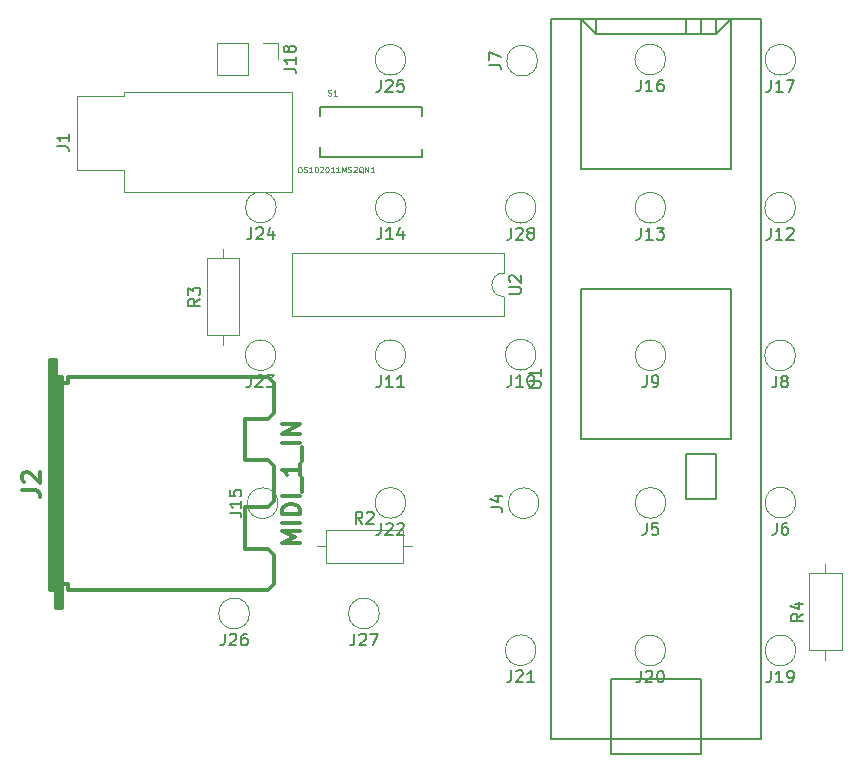
<source format=gbr>
G04 #@! TF.GenerationSoftware,KiCad,Pcbnew,(5.0.2)-1*
G04 #@! TF.CreationDate,2019-03-30T17:50:24-04:00*
G04 #@! TF.ProjectId,po_midi_adapter,706f5f6d-6964-4695-9f61-646170746572,rev?*
G04 #@! TF.SameCoordinates,PXa2393f8PY7537788*
G04 #@! TF.FileFunction,Legend,Top*
G04 #@! TF.FilePolarity,Positive*
%FSLAX46Y46*%
G04 Gerber Fmt 4.6, Leading zero omitted, Abs format (unit mm)*
G04 Created by KiCad (PCBNEW (5.0.2)-1) date 2019-03-30 5:50:24 PM*
%MOMM*%
%LPD*%
G01*
G04 APERTURE LIST*
%ADD10C,0.150000*%
%ADD11C,0.120000*%
%ADD12C,0.304800*%
%ADD13C,0.127000*%
%ADD14C,0.050000*%
G04 APERTURE END LIST*
D10*
G04 #@! TO.C,U1*
X-12877800Y25628600D02*
X-12877800Y21818600D01*
X-12877800Y21818600D02*
X-15417800Y21818600D01*
X-15417800Y21818600D02*
X-15417800Y25628600D01*
X-15417800Y25628600D02*
X-12877800Y25628600D01*
X-11607800Y39598600D02*
X-24307800Y39598600D01*
X-24307800Y26898600D02*
X-11607800Y26898600D01*
X-11607800Y26898600D02*
X-11607800Y39598600D01*
X-24307800Y26898600D02*
X-24307800Y39598600D01*
X-12877800Y61188600D02*
X-12877800Y62458600D01*
X-14147800Y61188600D02*
X-14147800Y62458600D01*
X-15417800Y61188600D02*
X-15417800Y62458600D01*
X-23037800Y61188600D02*
X-23037800Y62458600D01*
X-11607800Y62458600D02*
X-12877800Y61188600D01*
X-12877800Y61188600D02*
X-23037800Y61188600D01*
X-23037800Y61188600D02*
X-24307800Y62458600D01*
X-24307800Y62458600D02*
X-24307800Y49758600D01*
X-24307800Y49758600D02*
X-11607800Y49758600D01*
X-11607800Y49758600D02*
X-11607800Y62458600D01*
X-26847800Y62458600D02*
X-26847800Y1498600D01*
X-9067800Y1498600D02*
X-9067800Y62458600D01*
X-14147800Y1498600D02*
X-14147800Y228600D01*
X-14147800Y228600D02*
X-21767800Y228600D01*
X-21767800Y228600D02*
X-21767800Y1498600D01*
X-14147800Y6578600D02*
X-21767800Y6578600D01*
X-21767800Y6578600D02*
X-21767800Y1498600D01*
X-14147800Y6578600D02*
X-14147800Y1498600D01*
X-26847800Y62458600D02*
X-9067800Y62458600D01*
X-9067800Y1498600D02*
X-26847800Y1498600D01*
D11*
G04 #@! TO.C,J28*
X-28087800Y46456600D02*
G75*
G03X-28087800Y46456600I-1300000J0D01*
G01*
G04 #@! TO.C,J27*
X-41359300Y12103100D02*
G75*
G03X-41359300Y12103100I-1300000J0D01*
G01*
G04 #@! TO.C,J26*
X-52344800Y12103100D02*
G75*
G03X-52344800Y12103100I-1300000J0D01*
G01*
G04 #@! TO.C,J25*
X-39111400Y58978800D02*
G75*
G03X-39111400Y58978800I-1300000J0D01*
G01*
G04 #@! TO.C,J24*
X-50084200Y46482000D02*
G75*
G03X-50084200Y46482000I-1300000J0D01*
G01*
G04 #@! TO.C,J23*
X-50109600Y33959800D02*
G75*
G03X-50109600Y33959800I-1300000J0D01*
G01*
G04 #@! TO.C,J22*
X-39111400Y21463000D02*
G75*
G03X-39111400Y21463000I-1300000J0D01*
G01*
G04 #@! TO.C,J21*
X-28087800Y8991600D02*
G75*
G03X-28087800Y8991600I-1300000J0D01*
G01*
G04 #@! TO.C,J20*
X-17115000Y8966200D02*
G75*
G03X-17115000Y8966200I-1300000J0D01*
G01*
G04 #@! TO.C,J19*
X-6091400Y8966200D02*
G75*
G03X-6091400Y8966200I-1300000J0D01*
G01*
G04 #@! TO.C,J17*
X-6091400Y58978800D02*
G75*
G03X-6091400Y58978800I-1300000J0D01*
G01*
G04 #@! TO.C,J16*
X-17115000Y59004200D02*
G75*
G03X-17115000Y59004200I-1300000J0D01*
G01*
G04 #@! TO.C,J14*
X-39086000Y46482000D02*
G75*
G03X-39086000Y46482000I-1300000J0D01*
G01*
G04 #@! TO.C,J13*
X-17102300Y46456600D02*
G75*
G03X-17102300Y46456600I-1300000J0D01*
G01*
G04 #@! TO.C,J12*
X-6116800Y46456600D02*
G75*
G03X-6116800Y46456600I-1300000J0D01*
G01*
G04 #@! TO.C,J11*
X-39111400Y33959800D02*
G75*
G03X-39111400Y33959800I-1300000J0D01*
G01*
G04 #@! TO.C,J10*
X-28087800Y34010600D02*
G75*
G03X-28087800Y34010600I-1300000J0D01*
G01*
G04 #@! TO.C,J9*
X-17089600Y33959800D02*
G75*
G03X-17089600Y33959800I-1300000J0D01*
G01*
G04 #@! TO.C,J8*
X-6116800Y33947100D02*
G75*
G03X-6116800Y33947100I-1300000J0D01*
G01*
G04 #@! TO.C,J6*
X-6091400Y21488400D02*
G75*
G03X-6091400Y21488400I-1300000J0D01*
G01*
G04 #@! TO.C,J5*
X-17089600Y21463000D02*
G75*
G03X-17089600Y21463000I-1300000J0D01*
G01*
G04 #@! TO.C,J18*
X-49901800Y60359600D02*
X-49901800Y59029600D01*
X-51231800Y60359600D02*
X-49901800Y60359600D01*
X-52501800Y60359600D02*
X-52501800Y57699600D01*
X-52501800Y57699600D02*
X-55101800Y57699600D01*
X-52501800Y60359600D02*
X-55101800Y60359600D01*
X-55101800Y60359600D02*
X-55101800Y57699600D01*
D12*
G04 #@! TO.C,J2*
X-68239640Y12588240D02*
X-68740020Y12588240D01*
X-69240400Y33588960D02*
X-68740020Y33588960D01*
X-67741800Y31587440D02*
X-68239640Y31587440D01*
X-68239640Y14589760D02*
X-67741800Y14589760D01*
X-67741800Y32087820D02*
X-67741800Y31587440D01*
X-67741800Y14089380D02*
X-67741800Y14589760D01*
X-68239640Y32087820D02*
X-68239640Y12588240D01*
X-68740020Y32087820D02*
X-68239640Y32087820D01*
X-68740020Y33588960D02*
X-68740020Y32087820D01*
X-69240400Y14089380D02*
X-69240400Y33588960D01*
X-68740020Y14089380D02*
X-69240400Y14089380D01*
X-68740020Y12588240D02*
X-68740020Y14089380D01*
X-50741580Y21089620D02*
X-52740560Y21089620D01*
X-50241200Y21587460D02*
X-50741580Y21089620D01*
X-50241200Y24589740D02*
X-50241200Y21587460D01*
X-50741580Y25087580D02*
X-52740560Y25087580D01*
X-50241200Y24589740D02*
X-50741580Y25087580D01*
X-52740560Y17589500D02*
X-52740560Y21089620D01*
X-50741580Y17589500D02*
X-52740560Y17589500D01*
X-50241200Y17089120D02*
X-50741580Y17589500D01*
X-50241200Y16588740D02*
X-50241200Y17089120D01*
X-50241200Y14589760D02*
X-50241200Y16588740D01*
X-50741580Y14089380D02*
X-50241200Y14589760D01*
X-50741580Y14089380D02*
X-67741800Y14089380D01*
X-52740560Y28587700D02*
X-52740560Y25087580D01*
X-50741580Y28587700D02*
X-52740560Y28587700D01*
X-50241200Y29088080D02*
X-50741580Y28587700D01*
X-50241200Y31587440D02*
X-50241200Y29088080D01*
X-50741580Y32087820D02*
X-50241200Y31587440D01*
X-50741580Y32087820D02*
X-67741800Y32087820D01*
X-68991480Y33588960D02*
X-68991480Y14089380D01*
X-68740020Y14089380D02*
X-68740020Y32087820D01*
X-68491100Y32087820D02*
X-68491100Y12588240D01*
D11*
G04 #@! TO.C,J4*
X-27833800Y21437600D02*
G75*
G03X-27833800Y21437600I-1300000J0D01*
G01*
G04 #@! TO.C,J7*
X-27960800Y58902600D02*
G75*
G03X-27960800Y58902600I-1300000J0D01*
G01*
G04 #@! TO.C,J15*
X-49931800Y21437600D02*
G75*
G03X-49931800Y21437600I-1300000J0D01*
G01*
G04 #@! TO.C,R2*
X-38581200Y17780000D02*
X-39351200Y17780000D01*
X-46661200Y17780000D02*
X-45891200Y17780000D01*
X-39351200Y19150000D02*
X-45891200Y19150000D01*
X-39351200Y16410000D02*
X-39351200Y19150000D01*
X-45891200Y16410000D02*
X-39351200Y16410000D01*
X-45891200Y19150000D02*
X-45891200Y16410000D01*
G04 #@! TO.C,R3*
X-55980000Y35642800D02*
X-53240000Y35642800D01*
X-53240000Y35642800D02*
X-53240000Y42182800D01*
X-53240000Y42182800D02*
X-55980000Y42182800D01*
X-55980000Y42182800D02*
X-55980000Y35642800D01*
X-54610000Y34872800D02*
X-54610000Y35642800D01*
X-54610000Y42952800D02*
X-54610000Y42182800D01*
G04 #@! TO.C,R4*
X-4951400Y8972800D02*
X-2211400Y8972800D01*
X-2211400Y8972800D02*
X-2211400Y15512800D01*
X-2211400Y15512800D02*
X-4951400Y15512800D01*
X-4951400Y15512800D02*
X-4951400Y8972800D01*
X-3581400Y8202800D02*
X-3581400Y8972800D01*
X-3581400Y16282800D02*
X-3581400Y15512800D01*
D13*
G04 #@! TO.C,S1*
X-46337000Y55007400D02*
X-46337000Y54257400D01*
X-37737000Y55007400D02*
X-46337000Y55007400D01*
X-37737000Y54257400D02*
X-37737000Y55007400D01*
X-37737000Y50707400D02*
X-37737000Y51457400D01*
X-46337000Y50707400D02*
X-37737000Y50707400D01*
X-46337000Y51557400D02*
X-46337000Y50707400D01*
D11*
G04 #@! TO.C,U2*
X-30826400Y38928800D02*
G75*
G02X-30826400Y40928800I0J1000000D01*
G01*
X-30826400Y40928800D02*
X-30826400Y42578800D01*
X-30826400Y42578800D02*
X-48726400Y42578800D01*
X-48726400Y42578800D02*
X-48726400Y37278800D01*
X-48726400Y37278800D02*
X-30826400Y37278800D01*
X-30826400Y37278800D02*
X-30826400Y38928800D01*
G04 #@! TO.C,J1*
X-66965800Y49672200D02*
X-66965800Y55912200D01*
X-66965800Y55912200D02*
X-62965800Y55912200D01*
X-62965800Y55912200D02*
X-62965800Y56212200D01*
X-62965800Y56212200D02*
X-48725800Y56212200D01*
X-48725800Y56212200D02*
X-48725800Y47772200D01*
X-48725800Y47772200D02*
X-62965800Y47772200D01*
X-62965800Y47772200D02*
X-62965800Y49672200D01*
X-62965800Y49672200D02*
X-66965800Y49672200D01*
G04 #@! TO.C,U1*
D10*
X-28665420Y31216696D02*
X-27855896Y31216696D01*
X-27760658Y31264315D01*
X-27713039Y31311934D01*
X-27665420Y31407172D01*
X-27665420Y31597648D01*
X-27713039Y31692886D01*
X-27760658Y31740505D01*
X-27855896Y31788124D01*
X-28665420Y31788124D01*
X-27665420Y32788124D02*
X-27665420Y32216696D01*
X-27665420Y32502410D02*
X-28665420Y32502410D01*
X-28522562Y32407172D01*
X-28427324Y32311934D01*
X-28379705Y32216696D01*
G04 #@! TO.C,J28*
X-30197324Y44754220D02*
X-30197324Y44039934D01*
X-30244943Y43897077D01*
X-30340181Y43801839D01*
X-30483039Y43754220D01*
X-30578277Y43754220D01*
X-29768753Y44658981D02*
X-29721134Y44706600D01*
X-29625896Y44754220D01*
X-29387800Y44754220D01*
X-29292562Y44706600D01*
X-29244943Y44658981D01*
X-29197324Y44563743D01*
X-29197324Y44468505D01*
X-29244943Y44325648D01*
X-29816372Y43754220D01*
X-29197324Y43754220D01*
X-28625896Y44325648D02*
X-28721134Y44373267D01*
X-28768753Y44420886D01*
X-28816372Y44516124D01*
X-28816372Y44563743D01*
X-28768753Y44658981D01*
X-28721134Y44706600D01*
X-28625896Y44754220D01*
X-28435420Y44754220D01*
X-28340181Y44706600D01*
X-28292562Y44658981D01*
X-28244943Y44563743D01*
X-28244943Y44516124D01*
X-28292562Y44420886D01*
X-28340181Y44373267D01*
X-28435420Y44325648D01*
X-28625896Y44325648D01*
X-28721134Y44278029D01*
X-28768753Y44230410D01*
X-28816372Y44135172D01*
X-28816372Y43944696D01*
X-28768753Y43849458D01*
X-28721134Y43801839D01*
X-28625896Y43754220D01*
X-28435420Y43754220D01*
X-28340181Y43801839D01*
X-28292562Y43849458D01*
X-28244943Y43944696D01*
X-28244943Y44135172D01*
X-28292562Y44230410D01*
X-28340181Y44278029D01*
X-28435420Y44325648D01*
G04 #@! TO.C,J27*
X-43468824Y10400720D02*
X-43468824Y9686434D01*
X-43516443Y9543577D01*
X-43611681Y9448339D01*
X-43754539Y9400720D01*
X-43849777Y9400720D01*
X-43040253Y10305481D02*
X-42992634Y10353100D01*
X-42897396Y10400720D01*
X-42659300Y10400720D01*
X-42564062Y10353100D01*
X-42516443Y10305481D01*
X-42468824Y10210243D01*
X-42468824Y10115005D01*
X-42516443Y9972148D01*
X-43087872Y9400720D01*
X-42468824Y9400720D01*
X-42135491Y10400720D02*
X-41468824Y10400720D01*
X-41897396Y9400720D01*
G04 #@! TO.C,J26*
X-54454324Y10400720D02*
X-54454324Y9686434D01*
X-54501943Y9543577D01*
X-54597181Y9448339D01*
X-54740039Y9400720D01*
X-54835277Y9400720D01*
X-54025753Y10305481D02*
X-53978134Y10353100D01*
X-53882896Y10400720D01*
X-53644800Y10400720D01*
X-53549562Y10353100D01*
X-53501943Y10305481D01*
X-53454324Y10210243D01*
X-53454324Y10115005D01*
X-53501943Y9972148D01*
X-54073372Y9400720D01*
X-53454324Y9400720D01*
X-52597181Y10400720D02*
X-52787658Y10400720D01*
X-52882896Y10353100D01*
X-52930515Y10305481D01*
X-53025753Y10162624D01*
X-53073372Y9972148D01*
X-53073372Y9591196D01*
X-53025753Y9495958D01*
X-52978134Y9448339D01*
X-52882896Y9400720D01*
X-52692420Y9400720D01*
X-52597181Y9448339D01*
X-52549562Y9495958D01*
X-52501943Y9591196D01*
X-52501943Y9829291D01*
X-52549562Y9924529D01*
X-52597181Y9972148D01*
X-52692420Y10019767D01*
X-52882896Y10019767D01*
X-52978134Y9972148D01*
X-53025753Y9924529D01*
X-53073372Y9829291D01*
G04 #@! TO.C,J25*
X-41220924Y57276420D02*
X-41220924Y56562134D01*
X-41268543Y56419277D01*
X-41363781Y56324039D01*
X-41506639Y56276420D01*
X-41601877Y56276420D01*
X-40792353Y57181181D02*
X-40744734Y57228800D01*
X-40649496Y57276420D01*
X-40411400Y57276420D01*
X-40316162Y57228800D01*
X-40268543Y57181181D01*
X-40220924Y57085943D01*
X-40220924Y56990705D01*
X-40268543Y56847848D01*
X-40839972Y56276420D01*
X-40220924Y56276420D01*
X-39316162Y57276420D02*
X-39792353Y57276420D01*
X-39839972Y56800229D01*
X-39792353Y56847848D01*
X-39697115Y56895467D01*
X-39459020Y56895467D01*
X-39363781Y56847848D01*
X-39316162Y56800229D01*
X-39268543Y56704991D01*
X-39268543Y56466896D01*
X-39316162Y56371658D01*
X-39363781Y56324039D01*
X-39459020Y56276420D01*
X-39697115Y56276420D01*
X-39792353Y56324039D01*
X-39839972Y56371658D01*
G04 #@! TO.C,J24*
X-52193724Y44779620D02*
X-52193724Y44065334D01*
X-52241343Y43922477D01*
X-52336581Y43827239D01*
X-52479439Y43779620D01*
X-52574677Y43779620D01*
X-51765153Y44684381D02*
X-51717534Y44732000D01*
X-51622296Y44779620D01*
X-51384200Y44779620D01*
X-51288962Y44732000D01*
X-51241343Y44684381D01*
X-51193724Y44589143D01*
X-51193724Y44493905D01*
X-51241343Y44351048D01*
X-51812772Y43779620D01*
X-51193724Y43779620D01*
X-50336581Y44446286D02*
X-50336581Y43779620D01*
X-50574677Y44827239D02*
X-50812772Y44112953D01*
X-50193724Y44112953D01*
G04 #@! TO.C,J23*
X-52219124Y32257420D02*
X-52219124Y31543134D01*
X-52266743Y31400277D01*
X-52361981Y31305039D01*
X-52504839Y31257420D01*
X-52600077Y31257420D01*
X-51790553Y32162181D02*
X-51742934Y32209800D01*
X-51647696Y32257420D01*
X-51409600Y32257420D01*
X-51314362Y32209800D01*
X-51266743Y32162181D01*
X-51219124Y32066943D01*
X-51219124Y31971705D01*
X-51266743Y31828848D01*
X-51838172Y31257420D01*
X-51219124Y31257420D01*
X-50885791Y32257420D02*
X-50266743Y32257420D01*
X-50600077Y31876467D01*
X-50457220Y31876467D01*
X-50361981Y31828848D01*
X-50314362Y31781229D01*
X-50266743Y31685991D01*
X-50266743Y31447896D01*
X-50314362Y31352658D01*
X-50361981Y31305039D01*
X-50457220Y31257420D01*
X-50742934Y31257420D01*
X-50838172Y31305039D01*
X-50885791Y31352658D01*
G04 #@! TO.C,J22*
X-41220924Y19760620D02*
X-41220924Y19046334D01*
X-41268543Y18903477D01*
X-41363781Y18808239D01*
X-41506639Y18760620D01*
X-41601877Y18760620D01*
X-40792353Y19665381D02*
X-40744734Y19713000D01*
X-40649496Y19760620D01*
X-40411400Y19760620D01*
X-40316162Y19713000D01*
X-40268543Y19665381D01*
X-40220924Y19570143D01*
X-40220924Y19474905D01*
X-40268543Y19332048D01*
X-40839972Y18760620D01*
X-40220924Y18760620D01*
X-39839972Y19665381D02*
X-39792353Y19713000D01*
X-39697115Y19760620D01*
X-39459020Y19760620D01*
X-39363781Y19713000D01*
X-39316162Y19665381D01*
X-39268543Y19570143D01*
X-39268543Y19474905D01*
X-39316162Y19332048D01*
X-39887591Y18760620D01*
X-39268543Y18760620D01*
G04 #@! TO.C,J21*
X-30197324Y7289220D02*
X-30197324Y6574934D01*
X-30244943Y6432077D01*
X-30340181Y6336839D01*
X-30483039Y6289220D01*
X-30578277Y6289220D01*
X-29768753Y7193981D02*
X-29721134Y7241600D01*
X-29625896Y7289220D01*
X-29387800Y7289220D01*
X-29292562Y7241600D01*
X-29244943Y7193981D01*
X-29197324Y7098743D01*
X-29197324Y7003505D01*
X-29244943Y6860648D01*
X-29816372Y6289220D01*
X-29197324Y6289220D01*
X-28244943Y6289220D02*
X-28816372Y6289220D01*
X-28530658Y6289220D02*
X-28530658Y7289220D01*
X-28625896Y7146362D01*
X-28721134Y7051124D01*
X-28816372Y7003505D01*
G04 #@! TO.C,J20*
X-19224524Y7263820D02*
X-19224524Y6549534D01*
X-19272143Y6406677D01*
X-19367381Y6311439D01*
X-19510239Y6263820D01*
X-19605477Y6263820D01*
X-18795953Y7168581D02*
X-18748334Y7216200D01*
X-18653096Y7263820D01*
X-18415000Y7263820D01*
X-18319762Y7216200D01*
X-18272143Y7168581D01*
X-18224524Y7073343D01*
X-18224524Y6978105D01*
X-18272143Y6835248D01*
X-18843572Y6263820D01*
X-18224524Y6263820D01*
X-17605477Y7263820D02*
X-17510239Y7263820D01*
X-17415000Y7216200D01*
X-17367381Y7168581D01*
X-17319762Y7073343D01*
X-17272143Y6882867D01*
X-17272143Y6644772D01*
X-17319762Y6454296D01*
X-17367381Y6359058D01*
X-17415000Y6311439D01*
X-17510239Y6263820D01*
X-17605477Y6263820D01*
X-17700715Y6311439D01*
X-17748334Y6359058D01*
X-17795953Y6454296D01*
X-17843572Y6644772D01*
X-17843572Y6882867D01*
X-17795953Y7073343D01*
X-17748334Y7168581D01*
X-17700715Y7216200D01*
X-17605477Y7263820D01*
G04 #@! TO.C,J19*
X-8200924Y7263820D02*
X-8200924Y6549534D01*
X-8248543Y6406677D01*
X-8343781Y6311439D01*
X-8486639Y6263820D01*
X-8581877Y6263820D01*
X-7200924Y6263820D02*
X-7772353Y6263820D01*
X-7486639Y6263820D02*
X-7486639Y7263820D01*
X-7581877Y7120962D01*
X-7677115Y7025724D01*
X-7772353Y6978105D01*
X-6724734Y6263820D02*
X-6534258Y6263820D01*
X-6439020Y6311439D01*
X-6391400Y6359058D01*
X-6296162Y6501915D01*
X-6248543Y6692391D01*
X-6248543Y7073343D01*
X-6296162Y7168581D01*
X-6343781Y7216200D01*
X-6439020Y7263820D01*
X-6629496Y7263820D01*
X-6724734Y7216200D01*
X-6772353Y7168581D01*
X-6819972Y7073343D01*
X-6819972Y6835248D01*
X-6772353Y6740010D01*
X-6724734Y6692391D01*
X-6629496Y6644772D01*
X-6439020Y6644772D01*
X-6343781Y6692391D01*
X-6296162Y6740010D01*
X-6248543Y6835248D01*
G04 #@! TO.C,J17*
X-8200924Y57276420D02*
X-8200924Y56562134D01*
X-8248543Y56419277D01*
X-8343781Y56324039D01*
X-8486639Y56276420D01*
X-8581877Y56276420D01*
X-7200924Y56276420D02*
X-7772353Y56276420D01*
X-7486639Y56276420D02*
X-7486639Y57276420D01*
X-7581877Y57133562D01*
X-7677115Y57038324D01*
X-7772353Y56990705D01*
X-6867591Y57276420D02*
X-6200924Y57276420D01*
X-6629496Y56276420D01*
G04 #@! TO.C,J16*
X-19224524Y57301820D02*
X-19224524Y56587534D01*
X-19272143Y56444677D01*
X-19367381Y56349439D01*
X-19510239Y56301820D01*
X-19605477Y56301820D01*
X-18224524Y56301820D02*
X-18795953Y56301820D01*
X-18510239Y56301820D02*
X-18510239Y57301820D01*
X-18605477Y57158962D01*
X-18700715Y57063724D01*
X-18795953Y57016105D01*
X-17367381Y57301820D02*
X-17557858Y57301820D01*
X-17653096Y57254200D01*
X-17700715Y57206581D01*
X-17795953Y57063724D01*
X-17843572Y56873248D01*
X-17843572Y56492296D01*
X-17795953Y56397058D01*
X-17748334Y56349439D01*
X-17653096Y56301820D01*
X-17462620Y56301820D01*
X-17367381Y56349439D01*
X-17319762Y56397058D01*
X-17272143Y56492296D01*
X-17272143Y56730391D01*
X-17319762Y56825629D01*
X-17367381Y56873248D01*
X-17462620Y56920867D01*
X-17653096Y56920867D01*
X-17748334Y56873248D01*
X-17795953Y56825629D01*
X-17843572Y56730391D01*
G04 #@! TO.C,J14*
X-41195524Y44779620D02*
X-41195524Y44065334D01*
X-41243143Y43922477D01*
X-41338381Y43827239D01*
X-41481239Y43779620D01*
X-41576477Y43779620D01*
X-40195524Y43779620D02*
X-40766953Y43779620D01*
X-40481239Y43779620D02*
X-40481239Y44779620D01*
X-40576477Y44636762D01*
X-40671715Y44541524D01*
X-40766953Y44493905D01*
X-39338381Y44446286D02*
X-39338381Y43779620D01*
X-39576477Y44827239D02*
X-39814572Y44112953D01*
X-39195524Y44112953D01*
G04 #@! TO.C,J13*
X-19211824Y44754220D02*
X-19211824Y44039934D01*
X-19259443Y43897077D01*
X-19354681Y43801839D01*
X-19497539Y43754220D01*
X-19592777Y43754220D01*
X-18211824Y43754220D02*
X-18783253Y43754220D01*
X-18497539Y43754220D02*
X-18497539Y44754220D01*
X-18592777Y44611362D01*
X-18688015Y44516124D01*
X-18783253Y44468505D01*
X-17878491Y44754220D02*
X-17259443Y44754220D01*
X-17592777Y44373267D01*
X-17449920Y44373267D01*
X-17354681Y44325648D01*
X-17307062Y44278029D01*
X-17259443Y44182791D01*
X-17259443Y43944696D01*
X-17307062Y43849458D01*
X-17354681Y43801839D01*
X-17449920Y43754220D01*
X-17735634Y43754220D01*
X-17830872Y43801839D01*
X-17878491Y43849458D01*
G04 #@! TO.C,J12*
X-8226324Y44754220D02*
X-8226324Y44039934D01*
X-8273943Y43897077D01*
X-8369181Y43801839D01*
X-8512039Y43754220D01*
X-8607277Y43754220D01*
X-7226324Y43754220D02*
X-7797753Y43754220D01*
X-7512039Y43754220D02*
X-7512039Y44754220D01*
X-7607277Y44611362D01*
X-7702515Y44516124D01*
X-7797753Y44468505D01*
X-6845372Y44658981D02*
X-6797753Y44706600D01*
X-6702515Y44754220D01*
X-6464420Y44754220D01*
X-6369181Y44706600D01*
X-6321562Y44658981D01*
X-6273943Y44563743D01*
X-6273943Y44468505D01*
X-6321562Y44325648D01*
X-6892991Y43754220D01*
X-6273943Y43754220D01*
G04 #@! TO.C,J11*
X-41220924Y32257420D02*
X-41220924Y31543134D01*
X-41268543Y31400277D01*
X-41363781Y31305039D01*
X-41506639Y31257420D01*
X-41601877Y31257420D01*
X-40220924Y31257420D02*
X-40792353Y31257420D01*
X-40506639Y31257420D02*
X-40506639Y32257420D01*
X-40601877Y32114562D01*
X-40697115Y32019324D01*
X-40792353Y31971705D01*
X-39268543Y31257420D02*
X-39839972Y31257420D01*
X-39554258Y31257420D02*
X-39554258Y32257420D01*
X-39649496Y32114562D01*
X-39744734Y32019324D01*
X-39839972Y31971705D01*
G04 #@! TO.C,J10*
X-30197324Y32308220D02*
X-30197324Y31593934D01*
X-30244943Y31451077D01*
X-30340181Y31355839D01*
X-30483039Y31308220D01*
X-30578277Y31308220D01*
X-29197324Y31308220D02*
X-29768753Y31308220D01*
X-29483039Y31308220D02*
X-29483039Y32308220D01*
X-29578277Y32165362D01*
X-29673515Y32070124D01*
X-29768753Y32022505D01*
X-28578277Y32308220D02*
X-28483039Y32308220D01*
X-28387800Y32260600D01*
X-28340181Y32212981D01*
X-28292562Y32117743D01*
X-28244943Y31927267D01*
X-28244943Y31689172D01*
X-28292562Y31498696D01*
X-28340181Y31403458D01*
X-28387800Y31355839D01*
X-28483039Y31308220D01*
X-28578277Y31308220D01*
X-28673515Y31355839D01*
X-28721134Y31403458D01*
X-28768753Y31498696D01*
X-28816372Y31689172D01*
X-28816372Y31927267D01*
X-28768753Y32117743D01*
X-28721134Y32212981D01*
X-28673515Y32260600D01*
X-28578277Y32308220D01*
G04 #@! TO.C,J9*
X-18722934Y32257420D02*
X-18722934Y31543134D01*
X-18770553Y31400277D01*
X-18865791Y31305039D01*
X-19008648Y31257420D01*
X-19103886Y31257420D01*
X-18199124Y31257420D02*
X-18008648Y31257420D01*
X-17913410Y31305039D01*
X-17865791Y31352658D01*
X-17770553Y31495515D01*
X-17722934Y31685991D01*
X-17722934Y32066943D01*
X-17770553Y32162181D01*
X-17818172Y32209800D01*
X-17913410Y32257420D01*
X-18103886Y32257420D01*
X-18199124Y32209800D01*
X-18246743Y32162181D01*
X-18294362Y32066943D01*
X-18294362Y31828848D01*
X-18246743Y31733610D01*
X-18199124Y31685991D01*
X-18103886Y31638372D01*
X-17913410Y31638372D01*
X-17818172Y31685991D01*
X-17770553Y31733610D01*
X-17722934Y31828848D01*
G04 #@! TO.C,J8*
X-7750134Y32244720D02*
X-7750134Y31530434D01*
X-7797753Y31387577D01*
X-7892991Y31292339D01*
X-8035848Y31244720D01*
X-8131086Y31244720D01*
X-7131086Y31816148D02*
X-7226324Y31863767D01*
X-7273943Y31911386D01*
X-7321562Y32006624D01*
X-7321562Y32054243D01*
X-7273943Y32149481D01*
X-7226324Y32197100D01*
X-7131086Y32244720D01*
X-6940610Y32244720D01*
X-6845372Y32197100D01*
X-6797753Y32149481D01*
X-6750134Y32054243D01*
X-6750134Y32006624D01*
X-6797753Y31911386D01*
X-6845372Y31863767D01*
X-6940610Y31816148D01*
X-7131086Y31816148D01*
X-7226324Y31768529D01*
X-7273943Y31720910D01*
X-7321562Y31625672D01*
X-7321562Y31435196D01*
X-7273943Y31339958D01*
X-7226324Y31292339D01*
X-7131086Y31244720D01*
X-6940610Y31244720D01*
X-6845372Y31292339D01*
X-6797753Y31339958D01*
X-6750134Y31435196D01*
X-6750134Y31625672D01*
X-6797753Y31720910D01*
X-6845372Y31768529D01*
X-6940610Y31816148D01*
G04 #@! TO.C,J6*
X-7724734Y19786020D02*
X-7724734Y19071734D01*
X-7772353Y18928877D01*
X-7867591Y18833639D01*
X-8010448Y18786020D01*
X-8105686Y18786020D01*
X-6819972Y19786020D02*
X-7010448Y19786020D01*
X-7105686Y19738400D01*
X-7153305Y19690781D01*
X-7248543Y19547924D01*
X-7296162Y19357448D01*
X-7296162Y18976496D01*
X-7248543Y18881258D01*
X-7200924Y18833639D01*
X-7105686Y18786020D01*
X-6915210Y18786020D01*
X-6819972Y18833639D01*
X-6772353Y18881258D01*
X-6724734Y18976496D01*
X-6724734Y19214591D01*
X-6772353Y19309829D01*
X-6819972Y19357448D01*
X-6915210Y19405067D01*
X-7105686Y19405067D01*
X-7200924Y19357448D01*
X-7248543Y19309829D01*
X-7296162Y19214591D01*
G04 #@! TO.C,J5*
X-18722934Y19760620D02*
X-18722934Y19046334D01*
X-18770553Y18903477D01*
X-18865791Y18808239D01*
X-19008648Y18760620D01*
X-19103886Y18760620D01*
X-17770553Y19760620D02*
X-18246743Y19760620D01*
X-18294362Y19284429D01*
X-18246743Y19332048D01*
X-18151505Y19379667D01*
X-17913410Y19379667D01*
X-17818172Y19332048D01*
X-17770553Y19284429D01*
X-17722934Y19189191D01*
X-17722934Y18951096D01*
X-17770553Y18855858D01*
X-17818172Y18808239D01*
X-17913410Y18760620D01*
X-18151505Y18760620D01*
X-18246743Y18808239D01*
X-18294362Y18855858D01*
G04 #@! TO.C,J18*
X-49449420Y58220077D02*
X-48735134Y58220077D01*
X-48592277Y58172458D01*
X-48497039Y58077220D01*
X-48449420Y57934362D01*
X-48449420Y57839124D01*
X-48449420Y59220077D02*
X-48449420Y58648648D01*
X-48449420Y58934362D02*
X-49449420Y58934362D01*
X-49306562Y58839124D01*
X-49211324Y58743886D01*
X-49163705Y58648648D01*
X-49020848Y59791505D02*
X-49068467Y59696267D01*
X-49116086Y59648648D01*
X-49211324Y59601029D01*
X-49258943Y59601029D01*
X-49354181Y59648648D01*
X-49401800Y59696267D01*
X-49449420Y59791505D01*
X-49449420Y59981981D01*
X-49401800Y60077220D01*
X-49354181Y60124839D01*
X-49258943Y60172458D01*
X-49211324Y60172458D01*
X-49116086Y60124839D01*
X-49068467Y60077220D01*
X-49020848Y59981981D01*
X-49020848Y59791505D01*
X-48973229Y59696267D01*
X-48925610Y59648648D01*
X-48830372Y59601029D01*
X-48639896Y59601029D01*
X-48544658Y59648648D01*
X-48497039Y59696267D01*
X-48449420Y59791505D01*
X-48449420Y59981981D01*
X-48497039Y60077220D01*
X-48544658Y60124839D01*
X-48639896Y60172458D01*
X-48830372Y60172458D01*
X-48925610Y60124839D01*
X-48973229Y60077220D01*
X-49020848Y59981981D01*
G04 #@! TO.C,J2*
D12*
X-71576112Y22580600D02*
X-70487540Y22580600D01*
X-70269826Y22508029D01*
X-70124683Y22362886D01*
X-70052112Y22145172D01*
X-70052112Y22000029D01*
X-71430969Y23233743D02*
X-71503540Y23306315D01*
X-71576112Y23451458D01*
X-71576112Y23814315D01*
X-71503540Y23959458D01*
X-71430969Y24032029D01*
X-71285826Y24104600D01*
X-71140683Y24104600D01*
X-70922969Y24032029D01*
X-70052112Y23161172D01*
X-70052112Y24104600D01*
X-48050632Y18044886D02*
X-49574632Y18044886D01*
X-48486060Y18552886D01*
X-49574632Y19060886D01*
X-48050632Y19060886D01*
X-48050632Y19786600D02*
X-49574632Y19786600D01*
X-48050632Y20512315D02*
X-49574632Y20512315D01*
X-49574632Y20875172D01*
X-49502060Y21092886D01*
X-49356918Y21238029D01*
X-49211775Y21310600D01*
X-48921489Y21383172D01*
X-48703775Y21383172D01*
X-48413489Y21310600D01*
X-48268346Y21238029D01*
X-48123203Y21092886D01*
X-48050632Y20875172D01*
X-48050632Y20512315D01*
X-48050632Y22036315D02*
X-49574632Y22036315D01*
X-47905489Y22399172D02*
X-47905489Y23560315D01*
X-48050632Y24721458D02*
X-48050632Y23850600D01*
X-48050632Y24286029D02*
X-49574632Y24286029D01*
X-49356918Y24140886D01*
X-49211775Y23995743D01*
X-49139203Y23850600D01*
X-47905489Y25011743D02*
X-47905489Y26172886D01*
X-48050632Y26535743D02*
X-49574632Y26535743D01*
X-48050632Y27261458D02*
X-49574632Y27261458D01*
X-48050632Y28132315D01*
X-49574632Y28132315D01*
G04 #@! TO.C,J4*
D10*
X-31931420Y21104267D02*
X-31217134Y21104267D01*
X-31074277Y21056648D01*
X-30979039Y20961410D01*
X-30931420Y20818553D01*
X-30931420Y20723315D01*
X-31598086Y22009029D02*
X-30931420Y22009029D01*
X-31979039Y21770934D02*
X-31264753Y21532839D01*
X-31264753Y22151886D01*
G04 #@! TO.C,J7*
X-32058420Y58569267D02*
X-31344134Y58569267D01*
X-31201277Y58521648D01*
X-31106039Y58426410D01*
X-31058420Y58283553D01*
X-31058420Y58188315D01*
X-32058420Y58950220D02*
X-32058420Y59616886D01*
X-31058420Y59188315D01*
G04 #@! TO.C,J15*
X-54029420Y20628077D02*
X-53315134Y20628077D01*
X-53172277Y20580458D01*
X-53077039Y20485220D01*
X-53029420Y20342362D01*
X-53029420Y20247124D01*
X-53029420Y21628077D02*
X-53029420Y21056648D01*
X-53029420Y21342362D02*
X-54029420Y21342362D01*
X-53886562Y21247124D01*
X-53791324Y21151886D01*
X-53743705Y21056648D01*
X-54029420Y22532839D02*
X-54029420Y22056648D01*
X-53553229Y22009029D01*
X-53600848Y22056648D01*
X-53648467Y22151886D01*
X-53648467Y22389981D01*
X-53600848Y22485220D01*
X-53553229Y22532839D01*
X-53457991Y22580458D01*
X-53219896Y22580458D01*
X-53124658Y22532839D01*
X-53077039Y22485220D01*
X-53029420Y22389981D01*
X-53029420Y22151886D01*
X-53077039Y22056648D01*
X-53124658Y22009029D01*
G04 #@! TO.C,R2*
X-42787867Y19697620D02*
X-43121200Y20173810D01*
X-43359296Y19697620D02*
X-43359296Y20697620D01*
X-42978343Y20697620D01*
X-42883105Y20650000D01*
X-42835486Y20602381D01*
X-42787867Y20507143D01*
X-42787867Y20364286D01*
X-42835486Y20269048D01*
X-42883105Y20221429D01*
X-42978343Y20173810D01*
X-43359296Y20173810D01*
X-42406915Y20602381D02*
X-42359296Y20650000D01*
X-42264058Y20697620D01*
X-42025962Y20697620D01*
X-41930724Y20650000D01*
X-41883105Y20602381D01*
X-41835486Y20507143D01*
X-41835486Y20411905D01*
X-41883105Y20269048D01*
X-42454534Y19697620D01*
X-41835486Y19697620D01*
G04 #@! TO.C,R3*
X-56527620Y38746134D02*
X-57003810Y38412800D01*
X-56527620Y38174705D02*
X-57527620Y38174705D01*
X-57527620Y38555658D01*
X-57480000Y38650896D01*
X-57432381Y38698515D01*
X-57337143Y38746134D01*
X-57194286Y38746134D01*
X-57099048Y38698515D01*
X-57051429Y38650896D01*
X-57003810Y38555658D01*
X-57003810Y38174705D01*
X-57527620Y39079467D02*
X-57527620Y39698515D01*
X-57146667Y39365181D01*
X-57146667Y39508039D01*
X-57099048Y39603277D01*
X-57051429Y39650896D01*
X-56956191Y39698515D01*
X-56718096Y39698515D01*
X-56622858Y39650896D01*
X-56575239Y39603277D01*
X-56527620Y39508039D01*
X-56527620Y39222324D01*
X-56575239Y39127086D01*
X-56622858Y39079467D01*
G04 #@! TO.C,R4*
X-5499020Y12076134D02*
X-5975210Y11742800D01*
X-5499020Y11504705D02*
X-6499020Y11504705D01*
X-6499020Y11885658D01*
X-6451400Y11980896D01*
X-6403781Y12028515D01*
X-6308543Y12076134D01*
X-6165686Y12076134D01*
X-6070448Y12028515D01*
X-6022829Y11980896D01*
X-5975210Y11885658D01*
X-5975210Y11504705D01*
X-6165686Y12933277D02*
X-5499020Y12933277D01*
X-6546639Y12695181D02*
X-5832353Y12457086D01*
X-5832353Y13076134D01*
G04 #@! TO.C,S1*
D14*
X-45684193Y55968498D02*
X-45615609Y55945637D01*
X-45501302Y55945637D01*
X-45455579Y55968498D01*
X-45432718Y55991360D01*
X-45409856Y56037083D01*
X-45409856Y56082805D01*
X-45432718Y56128528D01*
X-45455579Y56151390D01*
X-45501302Y56174251D01*
X-45592748Y56197113D01*
X-45638470Y56219974D01*
X-45661332Y56242835D01*
X-45684193Y56288558D01*
X-45684193Y56334281D01*
X-45661332Y56380004D01*
X-45638470Y56402865D01*
X-45592748Y56425727D01*
X-45478440Y56425727D01*
X-45409856Y56402865D01*
X-44952628Y55945637D02*
X-45226965Y55945637D01*
X-45089796Y55945637D02*
X-45089796Y56425727D01*
X-45135519Y56357143D01*
X-45181242Y56311420D01*
X-45226965Y56288558D01*
X-48133230Y49919431D02*
X-48041626Y49919431D01*
X-47995824Y49896530D01*
X-47950022Y49850729D01*
X-47927121Y49759125D01*
X-47927121Y49598818D01*
X-47950022Y49507214D01*
X-47995824Y49461412D01*
X-48041626Y49438511D01*
X-48133230Y49438511D01*
X-48179032Y49461412D01*
X-48224834Y49507214D01*
X-48247735Y49598818D01*
X-48247735Y49759125D01*
X-48224834Y49850729D01*
X-48179032Y49896530D01*
X-48133230Y49919431D01*
X-47743914Y49461412D02*
X-47675211Y49438511D01*
X-47560706Y49438511D01*
X-47514904Y49461412D01*
X-47492003Y49484313D01*
X-47469102Y49530115D01*
X-47469102Y49575917D01*
X-47492003Y49621719D01*
X-47514904Y49644620D01*
X-47560706Y49667521D01*
X-47652310Y49690422D01*
X-47698112Y49713323D01*
X-47721013Y49736224D01*
X-47743914Y49782026D01*
X-47743914Y49827828D01*
X-47721013Y49873630D01*
X-47698112Y49896530D01*
X-47652310Y49919431D01*
X-47537805Y49919431D01*
X-47469102Y49896530D01*
X-47011083Y49438511D02*
X-47285895Y49438511D01*
X-47148489Y49438511D02*
X-47148489Y49919431D01*
X-47194291Y49850729D01*
X-47240093Y49804927D01*
X-47285895Y49782026D01*
X-46713371Y49919431D02*
X-46667569Y49919431D01*
X-46621767Y49896530D01*
X-46598866Y49873630D01*
X-46575965Y49827828D01*
X-46553064Y49736224D01*
X-46553064Y49621719D01*
X-46575965Y49530115D01*
X-46598866Y49484313D01*
X-46621767Y49461412D01*
X-46667569Y49438511D01*
X-46713371Y49438511D01*
X-46759173Y49461412D01*
X-46782074Y49484313D01*
X-46804975Y49530115D01*
X-46827876Y49621719D01*
X-46827876Y49736224D01*
X-46804975Y49827828D01*
X-46782074Y49873630D01*
X-46759173Y49896530D01*
X-46713371Y49919431D01*
X-46369857Y49873630D02*
X-46346956Y49896530D01*
X-46301154Y49919431D01*
X-46186649Y49919431D01*
X-46140847Y49896530D01*
X-46117946Y49873630D01*
X-46095045Y49827828D01*
X-46095045Y49782026D01*
X-46117946Y49713323D01*
X-46392758Y49438511D01*
X-46095045Y49438511D01*
X-45797333Y49919431D02*
X-45751531Y49919431D01*
X-45705729Y49896530D01*
X-45682828Y49873630D01*
X-45659927Y49827828D01*
X-45637026Y49736224D01*
X-45637026Y49621719D01*
X-45659927Y49530115D01*
X-45682828Y49484313D01*
X-45705729Y49461412D01*
X-45751531Y49438511D01*
X-45797333Y49438511D01*
X-45843135Y49461412D01*
X-45866036Y49484313D01*
X-45888937Y49530115D01*
X-45911838Y49621719D01*
X-45911838Y49736224D01*
X-45888937Y49827828D01*
X-45866036Y49873630D01*
X-45843135Y49896530D01*
X-45797333Y49919431D01*
X-45179007Y49438511D02*
X-45453819Y49438511D01*
X-45316413Y49438511D02*
X-45316413Y49919431D01*
X-45362215Y49850729D01*
X-45408017Y49804927D01*
X-45453819Y49782026D01*
X-44720988Y49438511D02*
X-44995800Y49438511D01*
X-44858394Y49438511D02*
X-44858394Y49919431D01*
X-44904196Y49850729D01*
X-44949998Y49804927D01*
X-44995800Y49782026D01*
X-44514880Y49438511D02*
X-44514880Y49919431D01*
X-44354573Y49575917D01*
X-44194266Y49919431D01*
X-44194266Y49438511D01*
X-43988158Y49461412D02*
X-43919455Y49438511D01*
X-43804950Y49438511D01*
X-43759148Y49461412D01*
X-43736247Y49484313D01*
X-43713346Y49530115D01*
X-43713346Y49575917D01*
X-43736247Y49621719D01*
X-43759148Y49644620D01*
X-43804950Y49667521D01*
X-43896554Y49690422D01*
X-43942356Y49713323D01*
X-43965257Y49736224D01*
X-43988158Y49782026D01*
X-43988158Y49827828D01*
X-43965257Y49873630D01*
X-43942356Y49896530D01*
X-43896554Y49919431D01*
X-43782049Y49919431D01*
X-43713346Y49896530D01*
X-43530139Y49873630D02*
X-43507238Y49896530D01*
X-43461436Y49919431D01*
X-43346931Y49919431D01*
X-43301129Y49896530D01*
X-43278228Y49873630D01*
X-43255327Y49827828D01*
X-43255327Y49782026D01*
X-43278228Y49713323D01*
X-43553040Y49438511D01*
X-43255327Y49438511D01*
X-42728605Y49392710D02*
X-42774407Y49415610D01*
X-42820209Y49461412D01*
X-42888912Y49530115D01*
X-42934714Y49553016D01*
X-42980516Y49553016D01*
X-42957615Y49438511D02*
X-43003417Y49461412D01*
X-43049219Y49507214D01*
X-43072120Y49598818D01*
X-43072120Y49759125D01*
X-43049219Y49850729D01*
X-43003417Y49896530D01*
X-42957615Y49919431D01*
X-42866011Y49919431D01*
X-42820209Y49896530D01*
X-42774407Y49850729D01*
X-42751506Y49759125D01*
X-42751506Y49598818D01*
X-42774407Y49507214D01*
X-42820209Y49461412D01*
X-42866011Y49438511D01*
X-42957615Y49438511D01*
X-42545398Y49438511D02*
X-42545398Y49919431D01*
X-42270586Y49438511D01*
X-42270586Y49919431D01*
X-41789666Y49438511D02*
X-42064478Y49438511D01*
X-41927072Y49438511D02*
X-41927072Y49919431D01*
X-41972874Y49850729D01*
X-42018676Y49804927D01*
X-42064478Y49782026D01*
G04 #@! TO.C,U2*
D10*
X-30374020Y39166896D02*
X-29564496Y39166896D01*
X-29469258Y39214515D01*
X-29421639Y39262134D01*
X-29374020Y39357372D01*
X-29374020Y39547848D01*
X-29421639Y39643086D01*
X-29469258Y39690705D01*
X-29564496Y39738324D01*
X-30374020Y39738324D01*
X-30278781Y40166896D02*
X-30326400Y40214515D01*
X-30374020Y40309753D01*
X-30374020Y40547848D01*
X-30326400Y40643086D01*
X-30278781Y40690705D01*
X-30183543Y40738324D01*
X-30088305Y40738324D01*
X-29945448Y40690705D01*
X-29374020Y40119277D01*
X-29374020Y40738324D01*
G04 #@! TO.C,J1*
X-68643420Y51658867D02*
X-67929134Y51658867D01*
X-67786277Y51611248D01*
X-67691039Y51516010D01*
X-67643420Y51373153D01*
X-67643420Y51277915D01*
X-67643420Y52658867D02*
X-67643420Y52087439D01*
X-67643420Y52373153D02*
X-68643420Y52373153D01*
X-68500562Y52277915D01*
X-68405324Y52182677D01*
X-68357705Y52087439D01*
G04 #@! TD*
M02*

</source>
